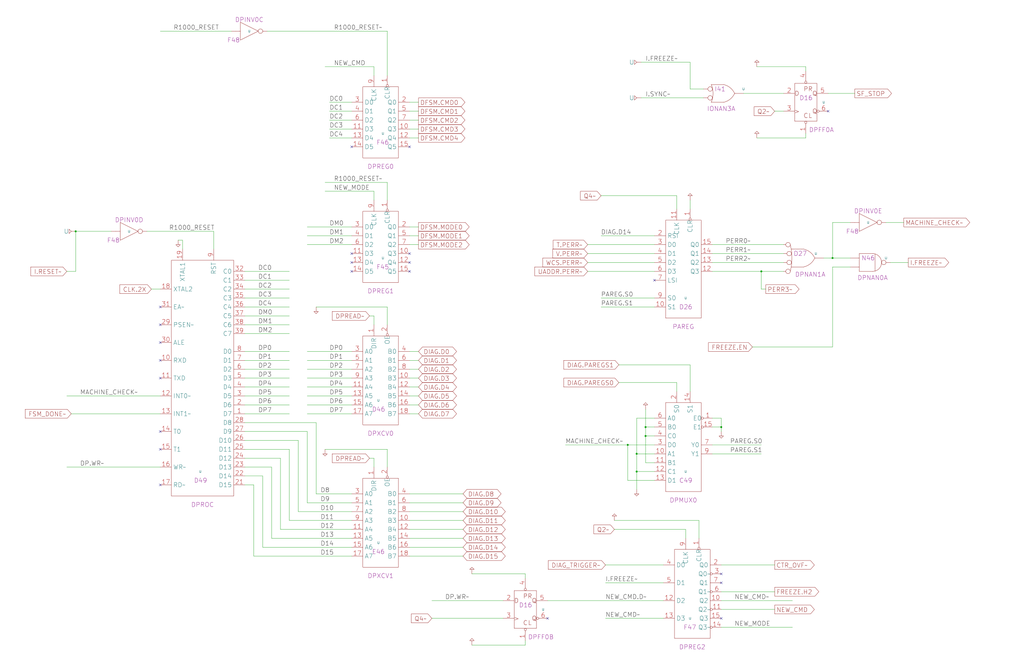
<source format=kicad_sch>
(kicad_sch (version 20220404) (generator eeschema)
  (paper "User" 584.2 378.46)
  (title_block (title "DIAGNOSTIC PROCESSOR\\n8052 INTERFACE") (date "22-SEP-90") (rev "2.0") (comment 1 "IOC") (comment 2 "232-003061") (comment 3 "S400") (comment 4 "RELEASED"))
  (lib_symbols
    (symbol "r1000:8051" (pin_names (offset 1.016))
      (property "Reference" "U" (at 2.54 5.08 0))
      (property "Value" "8051" (at -1.27 -5.08 0))
      (property "Location" "___" (at -1.27 0 0))
      (property "Name" "______" (at 3.81 -15.24 0))
      (symbol "8051_1_1"
        (rectangle (start -13.97 125.73) (end 21.59 -8.89))
        (pin bidirectional line (at 27.94 38.1 180) (length 6.35) (name "D7") (number "1"))
        (pin input line (at -20.32 68.58 0) (length 6.35) (name "RXD") (number "10"))
        (pin output line (at -20.32 58.42 0) (length 6.35) (name "TXD") (number "11"))
        (pin input line (at -20.32 48.26 0) (length 6.35) (name "INT0~") (number "12"))
        (pin input line (at -20.32 38.1 0) (length 6.35) (name "INT1~") (number "13"))
        (pin bidirectional line (at -20.32 27.94 0) (length 6.35) (name "T0") (number "14"))
        (pin input line (at -20.32 17.78 0) (length 6.35) (name "T1") (number "15"))
        (pin output line (at -20.32 7.62 0) (length 6.35) (name "WR~") (number "16"))
        (pin bidirectional line (at -20.32 -2.54 0) (length 6.35) (name "RD~") (number "17"))
        (pin input line (at -20.32 109.22 0) (length 6.35) (name "XTAL2") (number "18"))
        (pin input line (at -7.62 132.08 270) (length 6.35) (name "XTAL1") (number "19"))
        (pin bidirectional line (at 27.94 43.18 180) (length 6.35) (name "D6") (number "2"))
        (pin bidirectional line (at 27.94 -2.54 180) (length 6.35) (name "D15") (number "21"))
        (pin bidirectional line (at 27.94 2.54 180) (length 6.35) (name "D14") (number "22"))
        (pin bidirectional line (at 27.94 7.62 180) (length 6.35) (name "D13") (number "23"))
        (pin bidirectional line (at 27.94 12.7 180) (length 6.35) (name "D12") (number "24"))
        (pin bidirectional line (at 27.94 17.78 180) (length 6.35) (name "D11") (number "25"))
        (pin bidirectional line (at 27.94 22.86 180) (length 6.35) (name "D10") (number "26"))
        (pin bidirectional line (at 27.94 27.94 180) (length 6.35) (name "D9") (number "27"))
        (pin bidirectional line (at 27.94 33.02 180) (length 6.35) (name "D8") (number "28"))
        (pin output line (at -20.32 88.9 0) (length 6.35) (name "PSEN~") (number "29"))
        (pin bidirectional line (at 27.94 48.26 180) (length 6.35) (name "D5") (number "3"))
        (pin output line (at -20.32 78.74 0) (length 6.35) (name "ALE") (number "30"))
        (pin input line (at -20.32 99.06 0) (length 6.35) (name "EA~") (number "31"))
        (pin bidirectional line (at 27.94 119.38 180) (length 6.35) (name "C0") (number "32"))
        (pin bidirectional line (at 27.94 114.3 180) (length 6.35) (name "C1") (number "33"))
        (pin bidirectional line (at 27.94 109.22 180) (length 6.35) (name "C2") (number "34"))
        (pin bidirectional line (at 27.94 104.14 180) (length 6.35) (name "C3") (number "35"))
        (pin bidirectional line (at 27.94 99.06 180) (length 6.35) (name "C4") (number "36"))
        (pin bidirectional line (at 27.94 93.98 180) (length 6.35) (name "C5") (number "37"))
        (pin bidirectional line (at 27.94 88.9 180) (length 6.35) (name "C6") (number "38"))
        (pin bidirectional line (at 27.94 83.82 180) (length 6.35) (name "C7") (number "39"))
        (pin bidirectional line (at 27.94 53.34 180) (length 6.35) (name "D4") (number "4"))
        (pin bidirectional line (at 27.94 58.42 180) (length 6.35) (name "D3") (number "5"))
        (pin bidirectional line (at 27.94 63.5 180) (length 6.35) (name "D2") (number "6"))
        (pin bidirectional line (at 27.94 68.58 180) (length 6.35) (name "D1") (number "7"))
        (pin bidirectional line (at 27.94 73.66 180) (length 6.35) (name "D0") (number "8"))
        (pin input line (at 10.16 132.08 270) (length 6.35) (name "RST") (number "9"))
      )
    )
    (symbol "r1000:F04" (pin_numbers hide) (pin_names hide)
      (property "Reference" "U" (at 0 0 0))
      (property "Value" "F04" (at 1.27 -5.08 0))
      (property "Location" "___" (at -12.7 -5.08 0))
      (property "Name" "______" (at 0 5.08 0))
      (symbol "F04_0_1"
        (polyline (pts (xy -7.62 0) (xy -5.08 0)) (stroke (width 0.1524)))
        (polyline (pts (xy -5.08 5.08) (xy -5.08 -5.08)) (stroke (width 0.1524)))
        (polyline (pts (xy 5.08 0) (xy -5.08 -5.08)) (stroke (width 0.1524)))
        (polyline (pts (xy 5.08 0) (xy -5.08 5.08)) (stroke (width 0.1524)))
        (circle (center 6.35 0) (radius 1.27) (stroke (width 0.1524)))
      )
      (symbol "F04_1_1"
        (pin input line (at -10.16 0 0) (length 2.54) (name "D0") (number "1"))
        (pin output line (at 10.16 0 180) (length 2.54) (name "Q") (number "2"))
      )
    )
    (symbol "r1000:F153" (pin_names (offset 1.016))
      (property "Reference" "U" (at 2.54 5.08 0))
      (property "Value" "F153" (at -3.81 -5.08 0))
      (property "Location" "___" (at -1.27 0 0))
      (property "Name" "______" (at 1.27 -12.7 0))
      (symbol "F153_1_1"
        (rectangle (start -8.89 44.45) (end 11.43 -6.35))
        (circle (center 12.065 30.48) (radius 0.635))
        (circle (center 12.065 35.56) (radius 0.635))
        (pin input line (at 17.78 35.56 180) (length 5.08) (name "E0") (number "1"))
        (pin input line (at -15.24 15.24 0) (length 6.35) (name "A1") (number "10"))
        (pin input line (at -15.24 10.16 0) (length 6.35) (name "B1") (number "11"))
        (pin input line (at -15.24 5.08 0) (length 6.35) (name "C1") (number "12"))
        (pin input line (at -15.24 0 0) (length 6.35) (name "D1") (number "13"))
        (pin input line (at 5.08 50.8 270) (length 6.35) (name "S1") (number "14"))
        (pin input line (at 17.78 30.48 180) (length 5.08) (name "E1") (number "15"))
        (pin input line (at -2.54 50.8 270) (length 6.35) (name "S0") (number "2"))
        (pin input line (at -15.24 20.32 0) (length 6.35) (name "D0") (number "3"))
        (pin input line (at -15.24 25.4 0) (length 6.35) (name "C0") (number "4"))
        (pin input line (at -15.24 30.48 0) (length 6.35) (name "B0") (number "5"))
        (pin input line (at -15.24 35.56 0) (length 6.35) (name "A0") (number "6"))
        (pin output line (at 17.78 20.32 180) (length 6.35) (name "Y0") (number "7"))
        (pin output line (at 17.78 15.24 180) (length 6.35) (name "Y1") (number "9"))
      )
    )
    (symbol "r1000:F174" (pin_names (offset 1.016))
      (property "Reference" "U" (at 2.54 5.08 0))
      (property "Value" "F174" (at -3.81 -7.62 0))
      (property "Location" "___" (at -1.27 0 0))
      (property "Name" "______" (at 1.27 -15.24 0))
      (symbol "F174_1_1"
        (rectangle (start -8.89 31.75) (end 11.43 -8.89))
        (circle (center 5.08 32.385) (radius 0.635))
        (pin input line (at 5.08 38.1 270) (length 5.08) (name "CLR") (number "1"))
        (pin output line (at 17.78 7.62 180) (length 6.35) (name "Q3") (number "10"))
        (pin input line (at -15.24 7.62 0) (length 6.35) (name "D3") (number "11"))
        (pin output line (at 17.78 2.54 180) (length 6.35) (name "Q4") (number "12"))
        (pin input line (at -15.24 2.54 0) (length 6.35) (name "D4") (number "13"))
        (pin input line (at -15.24 -2.54 0) (length 6.35) (name "D5") (number "14"))
        (pin output line (at 17.78 -2.54 180) (length 6.35) (name "Q5") (number "15"))
        (pin output line (at 17.78 22.86 180) (length 6.35) (name "Q0") (number "2"))
        (pin input line (at -15.24 22.86 0) (length 6.35) (name "D0") (number "3"))
        (pin input line (at -15.24 17.78 0) (length 6.35) (name "D1") (number "4"))
        (pin output line (at 17.78 17.78 180) (length 6.35) (name "Q1") (number "5"))
        (pin input line (at -15.24 12.7 0) (length 6.35) (name "D2") (number "6"))
        (pin output line (at 17.78 12.7 180) (length 6.35) (name "Q2") (number "7"))
        (pin input line (at -2.54 38.1 270) (length 6.35) (name "CLK") (number "9"))
      )
    )
    (symbol "r1000:F175" (pin_names (offset 1.016))
      (property "Reference" "U" (at 2.54 5.08 0))
      (property "Value" "F175" (at -1.27 -5.08 0))
      (property "Location" "___" (at -1.27 0 0))
      (property "Name" "______" (at 3.81 -12.7 0))
      (symbol "F175_1_1"
        (rectangle (start -6.35 44.45) (end 13.97 -6.35))
        (circle (center 7.62 45.085) (radius 0.635))
        (circle (center 14.605 0) (radius 0.635))
        (circle (center 14.605 10.16) (radius 0.635))
        (circle (center 14.605 20.32) (radius 0.635))
        (circle (center 14.605 30.48) (radius 0.635))
        (pin input line (at 7.62 50.8 270) (length 5.08) (name "CLR") (number "1"))
        (pin output line (at 20.32 15.24 180) (length 6.35) (name "Q2") (number "10"))
        (pin output line (at 20.32 10.16 180) (length 5.08) (name "Q2~") (number "11"))
        (pin input line (at -12.7 15.24 0) (length 6.35) (name "D2") (number "12"))
        (pin input line (at -12.7 5.08 0) (length 6.35) (name "D3") (number "13"))
        (pin output line (at 20.32 0 180) (length 5.08) (name "Q3~") (number "14"))
        (pin output line (at 20.32 5.08 180) (length 6.35) (name "Q3") (number "15"))
        (pin output line (at 20.32 35.56 180) (length 6.35) (name "Q0") (number "2"))
        (pin output line (at 20.32 30.48 180) (length 5.08) (name "Q0~") (number "3"))
        (pin input line (at -12.7 35.56 0) (length 6.35) (name "D0") (number "4"))
        (pin input line (at -12.7 25.4 0) (length 6.35) (name "D1") (number "5"))
        (pin output line (at 20.32 20.32 180) (length 5.08) (name "Q1~") (number "6"))
        (pin output line (at 20.32 25.4 180) (length 6.35) (name "Q1") (number "7"))
        (pin input line (at 0 50.8 270) (length 6.35) (name "CLK") (number "9"))
      )
    )
    (symbol "r1000:F194" (pin_names (offset 1.016))
      (property "Reference" "U" (at 2.54 5.08 0))
      (property "Value" "F194" (at -3.81 -5.08 0))
      (property "Location" "___" (at -1.27 0 0))
      (property "Name" "______" (at 1.27 -12.7 0))
      (symbol "F194_1_1"
        (rectangle (start -8.89 49.53) (end 11.43 -6.35))
        (circle (center 5.08 50.165) (radius 0.635))
        (pin input line (at 5.08 55.88 270) (length 5.08) (name "CLR") (number "1"))
        (pin input line (at -15.24 0 0) (length 6.35) (name "S1") (number "10"))
        (pin input line (at -2.54 55.88 270) (length 6.35) (name "CLK") (number "11"))
        (pin output line (at 17.78 20.32 180) (length 6.35) (name "Q3") (number "12"))
        (pin output line (at 17.78 25.4 180) (length 6.35) (name "Q2") (number "13"))
        (pin output line (at 17.78 30.48 180) (length 6.35) (name "Q1") (number "14"))
        (pin output line (at 17.78 35.56 180) (length 6.35) (name "Q0") (number "15"))
        (pin input line (at -15.24 40.64 0) (length 6.35) (name "RSI") (number "2"))
        (pin input line (at -15.24 35.56 0) (length 6.35) (name "D0") (number "3"))
        (pin input line (at -15.24 30.48 0) (length 6.35) (name "D1") (number "4"))
        (pin input line (at -15.24 25.4 0) (length 6.35) (name "D2") (number "5"))
        (pin input line (at -15.24 20.32 0) (length 6.35) (name "D3") (number "6"))
        (pin input line (at -15.24 15.24 0) (length 6.35) (name "LSI") (number "7"))
        (pin input line (at -15.24 5.08 0) (length 6.35) (name "S0") (number "9"))
      )
    )
    (symbol "r1000:F20" (pin_numbers hide) (pin_names hide)
      (property "Reference" "U" (at 8.255 2.54 0))
      (property "Value" "F20" (at -0.635 -2.54 0))
      (property "Location" "___" (at -0.635 2.54 0))
      (property "Name" "______" (at 5.08 -10.795 0))
      (symbol "F20_0_1"
        (polyline (pts (xy -5.08 -5.08) (xy -5.08 -7.62)) (stroke (width 0.1524)))
        (polyline (pts (xy -5.08 5.08) (xy -5.08 -5.08)) (stroke (width 0.1524)))
        (polyline (pts (xy -5.08 7.62) (xy -5.08 5.08)) (stroke (width 0.1524)))
        (polyline (pts (xy 2.54 -5.08) (xy -5.08 -5.08)) (stroke (width 0.1524)))
        (polyline (pts (xy 2.54 5.08) (xy -5.08 5.08)) (stroke (width 0.1524)))
        (arc (start 2.54 -5.08) (mid 7.5882 0) (end 2.54 5.08) (stroke (width 0.1524)))
        (circle (center 8.89 0) (radius 1.27) (stroke (width 0.1524)))
      )
      (symbol "F20_0_2"
        (circle (center -7.62 -7.62) (radius 1.27) (stroke (width 0.1524)))
        (circle (center -7.62 7.62) (radius 1.27) (stroke (width 0.1524)))
        (circle (center -6.985 -2.54) (radius 1.27) (stroke (width 0.1524)))
        (circle (center -6.985 2.54) (radius 1.27) (stroke (width 0.1524)))
        (arc (start -6.35 -7.62) (mid -5.3975 0) (end -6.35 7.62) (stroke (width 0.1524)))
        (polyline (pts (xy -5.715 -5.08) (xy 1.27 -5.08)) (stroke (width 0.1524)))
        (polyline (pts (xy -5.715 5.08) (xy 1.27 5.08)) (stroke (width 0.1524)))
        (arc (start 1.27 -5.08) (mid 5.0518 -3.2985) (end 7.62 0) (stroke (width 0.1524)))
        (arc (start 7.62 0) (mid 5.0518 3.2985) (end 1.27 5.08) (stroke (width 0.1524)))
      )
      (symbol "F20_1_1"
        (pin input line (at -10.16 7.62 0) (length 5.08) (name "D0") (number "1"))
        (pin input line (at -10.16 2.54 0) (length 5.08) (name "D1") (number "2"))
        (pin input line (at -10.16 -2.54 0) (length 5.08) (name "D2") (number "4"))
        (pin input line (at -10.16 -7.62 0) (length 5.08) (name "D3") (number "5"))
        (pin output line (at 12.7 0 180) (length 2.54) (name "Q") (number "6"))
      )
      (symbol "F20_1_2"
        (pin input line (at -10.16 7.62 0) (length 1.27) (name "D0") (number "1"))
        (pin input line (at -10.16 2.54 0) (length 1.905) (name "D1") (number "2"))
        (pin input line (at -10.16 -2.54 0) (length 1.905) (name "D2") (number "4"))
        (pin input line (at -10.16 -7.62 0) (length 1.27) (name "D3") (number "5"))
        (pin output line (at 12.7 0 180) (length 5.08) (name "Q") (number "6"))
      )
    )
    (symbol "r1000:F245" (pin_names (offset 1.016))
      (property "Reference" "U" (at 2.54 5.08 0))
      (property "Value" "F245" (at -3.81 -7.62 0))
      (property "Location" "___" (at -1.27 0 0))
      (property "Name" "______" (at 3.81 -15.24 0))
      (symbol "F245_1_1"
        (rectangle (start -6.35 41.91) (end 13.97 -8.89))
        (circle (center 7.62 42.545) (radius 0.635))
        (pin input line (at 0 48.26 270) (length 6.35) (name "DIR") (number "1"))
        (pin bidirectional line (at 20.32 17.78 180) (length 6.35) (name "B3") (number "10"))
        (pin bidirectional line (at -12.7 12.7 0) (length 6.35) (name "A4") (number "11"))
        (pin bidirectional line (at 20.32 12.7 180) (length 6.35) (name "B4") (number "12"))
        (pin bidirectional line (at -12.7 7.62 0) (length 6.35) (name "A5") (number "13"))
        (pin bidirectional line (at 20.32 7.62 180) (length 6.35) (name "B5") (number "14"))
        (pin bidirectional line (at -12.7 2.54 0) (length 6.35) (name "A6") (number "15"))
        (pin bidirectional line (at 20.32 2.54 180) (length 6.35) (name "B6") (number "16"))
        (pin bidirectional line (at -12.7 -2.54 0) (length 6.35) (name "A7") (number "17"))
        (pin bidirectional line (at 20.32 -2.54 180) (length 6.35) (name "B7") (number "18"))
        (pin input line (at 7.62 48.26 270) (length 5.08) (name "OE") (number "2"))
        (pin bidirectional line (at -12.7 33.02 0) (length 6.35) (name "A0") (number "3"))
        (pin bidirectional line (at 20.32 33.02 180) (length 6.35) (name "B0") (number "4"))
        (pin bidirectional line (at -12.7 27.94 0) (length 6.35) (name "A1") (number "5"))
        (pin bidirectional line (at 20.32 27.94 180) (length 6.35) (name "B1") (number "6"))
        (pin bidirectional line (at -12.7 22.86 0) (length 6.35) (name "A2") (number "7"))
        (pin bidirectional line (at 20.32 22.86 180) (length 6.35) (name "B2") (number "8"))
        (pin bidirectional line (at -12.7 17.78 0) (length 6.35) (name "A3") (number "9"))
      )
    )
    (symbol "r1000:F37" (pin_numbers hide) (pin_names (offset 0) hide)
      (property "Reference" "U" (at 15.24 0 0))
      (property "Value" "F37" (at 1.905 -5.08 0))
      (property "Location" "___" (at 1.905 0 0))
      (property "Name" "______" (at 2.54 -12.7 0))
      (symbol "F37_0_1"
        (polyline (pts (xy -2.54 -7.62) (xy 5.08 -7.62)) (stroke (width 0.1524)))
        (polyline (pts (xy -2.54 2.54) (xy -2.54 -7.62)) (stroke (width 0.1524)))
        (polyline (pts (xy -2.54 2.54) (xy 5.08 2.54)) (stroke (width 0.1524)))
        (arc (start 5.08 -7.62) (mid 10.1282 -2.54) (end 5.08 2.54) (stroke (width 0.1524)))
        (circle (center 11.43 -2.54) (radius 1.27) (stroke (width 0.1524)))
      )
      (symbol "F37_0_2"
        (circle (center -3.81 -5.08) (radius 1.27) (stroke (width 0.1524)))
        (circle (center -3.81 0) (radius 1.27) (stroke (width 0.1524)))
        (arc (start -3.175 -7.62) (mid -2.134 -2.54) (end -3.175 2.54) (stroke (width 0.1524)))
        (polyline (pts (xy -3.175 -7.62) (xy 3.81 -7.62)) (stroke (width 0.1524)))
        (polyline (pts (xy -3.175 2.54) (xy 3.81 2.54)) (stroke (width 0.1524)))
        (arc (start 3.81 -7.62) (mid 7.5855 -5.8306) (end 10.16 -2.54) (stroke (width 0.1524)))
        (arc (start 10.16 -2.54) (mid 7.5827 0.7471) (end 3.81 2.54) (stroke (width 0.1524)))
      )
      (symbol "F37_1_1"
        (pin input line (at -7.62 0 0) (length 5.08) (name "D0") (number "1"))
        (pin input line (at -7.62 -5.08 0) (length 5.08) (name "D1") (number "2"))
        (pin output line (at 15.24 -2.54 180) (length 2.54) (name "Q") (number "3"))
      )
      (symbol "F37_1_2"
        (pin input line (at -7.62 0 0) (length 2.54) (name "D0") (number "1"))
        (pin input line (at -7.62 -5.08 0) (length 2.54) (name "D1") (number "2"))
        (pin output line (at 15.24 -2.54 180) (length 5.08) (name "Q") (number "3"))
      )
    )
    (symbol "r1000:F38" (pin_numbers hide) (pin_names hide)
      (property "Reference" "U" (at 12.7 2.54 0))
      (property "Value" "F38" (at 2.54 -2.54 0))
      (property "Location" "___" (at 2.54 2.54 0))
      (property "Name" "______" (at 5.08 -10.16 0))
      (symbol "F38_0_1"
        (polyline (pts (xy -2.54 -5.08) (xy 5.08 -5.08)) (stroke (width 0.1524)))
        (polyline (pts (xy -2.54 5.08) (xy -2.54 -5.08)) (stroke (width 0.1524)))
        (polyline (pts (xy -2.54 5.08) (xy 5.08 5.08)) (stroke (width 0.1524)))
        (polyline (pts (xy 6.45 4.9) (xy 6.45 -4.9)) (stroke (width 0.1524)))
        (arc (start 5.08 -5.08) (mid 8.6786 -3.5986) (end 10.16 0) (stroke (width 0.1524)))
        (arc (start 10.16 0) (mid 8.6721 3.5921) (end 5.08 5.08) (stroke (width 0.1524)))
        (circle (center 11.43 0) (radius 1.27) (stroke (width 0.1524)))
      )
      (symbol "F38_0_2"
        (arc (start -3.81 -5.08) (mid -1.8386 0) (end -3.81 5.08) (stroke (width 0.1524)))
        (circle (center -3.81 -2.54) (radius 1.27) (stroke (width 0.1524)))
        (circle (center -3.81 2.54) (radius 1.27) (stroke (width 0.1524)))
        (polyline (pts (xy -3.81 -5.08) (xy 2.54 -5.08)) (stroke (width 0.1524)))
        (polyline (pts (xy -3.81 5.08) (xy 2.54 5.08)) (stroke (width 0.1524)))
        (polyline (pts (xy 7.62 3.175) (xy 7.62 -3.175)) (stroke (width 0.1524)))
        (arc (start 2.54 -5.08) (mid 7.0537 -3.5955) (end 10.16 0) (stroke (width 0.1524)))
        (arc (start 10.16 0) (mid 7.0527 3.594) (end 2.54 5.08) (stroke (width 0.1524)))
      )
      (symbol "F38_1_1"
        (pin input line (at -7.62 2.54 0) (length 5.08) (name "D0") (number "1"))
        (pin input line (at -7.62 -2.54 0) (length 5.08) (name "D1") (number "2"))
        (pin open_collector line (at 15.24 0 180) (length 2.54) (name "Q") (number "3"))
      )
      (symbol "F38_1_2"
        (pin input line (at -7.62 2.54 0) (length 2.54) (name "D0") (number "1"))
        (pin input line (at -7.62 -2.54 0) (length 2.54) (name "D1") (number "2"))
        (pin open_collector line (at 15.24 0 180) (length 5.08) (name "Q") (number "3"))
      )
    )
    (symbol "r1000:F74" (pin_names (offset 1.016) hide)
      (property "Reference" "U" (at 12.7 -2.54 0))
      (property "Value" "F74" (at -1.27 -5.08 0))
      (property "Location" "___" (at -1.27 0 0))
      (property "Name" "______" (at 11.43 -19.685 0))
      (symbol "F74_0_1"
        (rectangle (start -3.81 8.255) (end 8.89 -13.335) (stroke (width 0.1524)))
        (polyline (pts (xy 2.54 -15.24) (xy 2.54 -14.605)) (stroke (width 0.1524)))
        (polyline (pts (xy 2.54 10.16) (xy 2.54 9.525)) (stroke (width 0.1524)))
      )
      (symbol "F74_1_1"
        (circle (center 2.54 -13.97) (radius 0.635))
        (circle (center 2.54 8.89) (radius 0.635))
        (circle (center 9.525 -7.62) (radius 0.635))
        (text ">" (at -2.54 -7.62 0) (effects (font (size 2.54 2.54))))
        (text "C" (at 2.54 -10.16 0) (effects (font (size 2.54 2.54))))
        (text "D" (at -2.54 2.54 0) (effects (font (size 2.54 2.54))))
        (text "L" (at 5.08 -10.16 0) (effects (font (size 2.54 2.54))))
        (text "P" (at 2.54 5.08 0) (effects (font (size 2.54 2.54))))
        (text "Q" (at 7.62 -7.62 0) (effects (font (size 2.54 2.54))))
        (text "Q" (at 7.62 2.54 0) (effects (font (size 2.54 2.54))))
        (text "R" (at 5.08 5.08 0) (effects (font (size 2.54 2.54))))
        (pin input line (at 2.54 -20.32 90) (length 5.08) (name "CL_") (number "1"))
        (pin input line (at -10.16 2.54 0) (length 6.35) (name "D") (number "2"))
        (pin input line (at -10.16 -7.62 0) (length 6.35) (name "CLK") (number "3"))
        (pin input line (at 2.54 15.24 270) (length 5.08) (name "PR_") (number "4"))
        (pin output line (at 15.24 2.54 180) (length 6.35) (name "Q") (number "5"))
        (pin output line (at 15.24 -7.62 180) (length 5.08) (name "Q_") (number "6"))
      )
    )
    (symbol "r1000:GB" (pin_numbers hide) (pin_names (offset 0) hide)
      (property "Reference" "GB" (at 3.81 0 0))
      (symbol "GB_0_1"
        (polyline (pts (xy 2.54 0) (xy 3.81 1.27) (xy 3.81 -1.27) (xy 2.54 0)) (stroke (width 0.1524)))
      )
      (symbol "GB_1_1"
        (pin bidirectional line (at 0 0 0) (length 2.54) (name "") (number "1"))
      )
    )
    (symbol "r1000:PD" (power) (pin_numbers hide) (pin_names hide) (in_bom no)
      (symbol "PD_0_1"
        (polyline (pts (xy 0 -2.54) (xy 1.27 -2.54) (xy 0 -3.81) (xy -1.27 -2.54) (xy 0 -2.54)) (stroke (width 0.1524)))
      )
      (symbol "PD_1_1"
        (pin power_in line (at 0 0 270) (length 2.54) (name "PD") (number "1"))
      )
    )
    (symbol "r1000:PU" (power) (pin_numbers hide) (pin_names hide)
      (symbol "PU_0_1"
        (polyline (pts (xy 0 2.54) (xy -1.27 2.54) (xy 0 3.81) (xy 1.27 2.54) (xy 0 2.54)) (stroke (width 0.1524)))
      )
      (symbol "PU_1_1"
        (pin power_in line (at 0 0 90) (length 2.54) (name "PU") (number "1"))
      )
    )
  )
  (junction (at 474.98 147.32))
  (junction (at 434.34 154.94))
  (junction (at 363.22 269.24))
  (junction (at 411.48 243.84))
  (junction (at 368.3 243.84))
  (junction (at 363.22 259.08))
  (junction (at 43.18 132.08))
  (junction (at 368.3 248.92))
  (junction (at 358.14 254))
  (no_connect (at 233.68 149.86))
  (no_connect (at 233.68 83.82))
  (no_connect (at 200.66 149.86))
  (no_connect (at 200.66 144.78))
  (no_connect (at 200.66 154.94))
  (no_connect (at 91.44 185.42))
  (no_connect (at 411.48 332.74))
  (no_connect (at 312.42 353.06))
  (no_connect (at 411.48 327.66))
  (no_connect (at 472.44 63.5))
  (no_connect (at 411.48 353.06))
  (no_connect (at 233.68 144.78))
  (no_connect (at 200.66 83.82))
  (no_connect (at 233.68 154.94))
  (no_connect (at 91.44 175.26))
  (no_connect (at 91.44 256.54))
  (no_connect (at 373.38 160.02))
  (no_connect (at 91.44 246.38))
  (no_connect (at 91.44 276.86))
  (no_connect (at 91.44 195.58))
  (no_connect (at 91.44 205.74))
  (no_connect (at 91.44 215.9))
  (wire (pts (xy 233.68 287.02) (xy 264.16 287.02)))
  (wire (pts (xy 431.8 38.1) (xy 459.74 38.1)))
  (wire (pts (xy 152.4 17.78) (xy 220.98 17.78)))
  (wire (pts (xy 368.3 243.84) (xy 368.3 233.68)))
  (wire (pts (xy 185.42 104.14) (xy 220.98 104.14)))
  (wire (pts (xy 213.36 261.62) (xy 213.36 266.7)))
  (wire (pts (xy 139.7 200.66) (xy 165.1 200.66)))
  (wire (pts (xy 233.68 231.14) (xy 238.76 231.14)))
  (wire (pts (xy 459.74 38.1) (xy 459.74 40.64)))
  (wire (pts (xy 342.9 175.26) (xy 373.38 175.26)))
  (wire (pts (xy 233.68 63.5) (xy 238.76 63.5)))
  (wire (pts (xy 149.86 271.78) (xy 149.86 312.42)))
  (wire (pts (xy 406.4 243.84) (xy 411.48 243.84)))
  (wire (pts (xy 411.48 243.84) (xy 411.48 238.76)))
  (wire (pts (xy 165.1 256.54) (xy 165.1 297.18)))
  (wire (pts (xy 139.7 170.18) (xy 165.1 170.18)))
  (wire (pts (xy 335.28 154.94) (xy 373.38 154.94)))
  (wire (pts (xy 180.34 175.26) (xy 220.98 175.26)))
  (wire (pts (xy 91.44 17.78) (xy 132.08 17.78)))
  (wire (pts (xy 233.68 129.54) (xy 238.76 129.54)))
  (wire (pts (xy 175.26 200.66) (xy 200.66 200.66)))
  (wire (pts (xy 38.1 266.7) (xy 91.44 266.7)))
  (wire (pts (xy 139.7 190.5) (xy 165.1 190.5)))
  (wire (pts (xy 101.6 137.16) (xy 104.14 137.16)))
  (wire (pts (xy 175.26 129.54) (xy 200.66 129.54)))
  (wire (pts (xy 187.96 78.74) (xy 200.66 78.74)))
  (wire (pts (xy 187.96 58.42) (xy 200.66 58.42)))
  (wire (pts (xy 345.44 332.74) (xy 378.46 332.74)))
  (wire (pts (xy 139.7 154.94) (xy 165.1 154.94)))
  (wire (pts (xy 363.22 259.08) (xy 373.38 259.08)))
  (wire (pts (xy 312.42 342.9) (xy 378.46 342.9)))
  (wire (pts (xy 233.68 292.1) (xy 264.16 292.1)))
  (wire (pts (xy 358.14 254) (xy 373.38 254)))
  (wire (pts (xy 345.44 322.58) (xy 378.46 322.58)))
  (wire (pts (xy 175.26 246.38) (xy 175.26 287.02)))
  (wire (pts (xy 373.38 274.32) (xy 358.14 274.32)))
  (wire (pts (xy 139.7 160.02) (xy 165.1 160.02)))
  (wire (pts (xy 505.46 127) (xy 515.62 127)))
  (wire (pts (xy 368.3 243.84) (xy 373.38 243.84)))
  (wire (pts (xy 411.48 337.82) (xy 441.96 337.82)))
  (wire (pts (xy 139.7 251.46) (xy 170.18 251.46)))
  (wire (pts (xy 154.94 307.34) (xy 200.66 307.34)))
  (wire (pts (xy 434.34 154.94) (xy 447.04 154.94)))
  (wire (pts (xy 411.48 322.58) (xy 441.96 322.58)))
  (wire (pts (xy 322.58 254) (xy 358.14 254)))
  (wire (pts (xy 434.34 165.1) (xy 434.34 154.94)))
  (wire (pts (xy 139.7 241.3) (xy 180.34 241.3)))
  (wire (pts (xy 342.9 170.18) (xy 373.38 170.18)))
  (wire (pts (xy 406.4 259.08) (xy 434.34 259.08)))
  (wire (pts (xy 144.78 317.5) (xy 200.66 317.5)))
  (wire (pts (xy 40.64 236.22) (xy 91.44 236.22)))
  (wire (pts (xy 411.48 238.76) (xy 406.4 238.76)))
  (wire (pts (xy 365.76 35.56) (xy 393.7 35.56)))
  (wire (pts (xy 485.14 152.4) (xy 474.98 152.4)))
  (wire (pts (xy 38.1 154.94) (xy 43.18 154.94)))
  (wire (pts (xy 121.92 132.08) (xy 121.92 142.24)))
  (wire (pts (xy 393.7 50.8) (xy 401.32 50.8)))
  (wire (pts (xy 363.22 238.76) (xy 363.22 259.08)))
  (wire (pts (xy 233.68 226.06) (xy 238.76 226.06)))
  (wire (pts (xy 233.68 58.42) (xy 238.76 58.42)))
  (wire (pts (xy 180.34 281.94) (xy 200.66 281.94)))
  (wire (pts (xy 485.14 127) (xy 474.98 127)))
  (wire (pts (xy 233.68 281.94) (xy 264.16 281.94)))
  (wire (pts (xy 363.22 259.08) (xy 363.22 269.24)))
  (wire (pts (xy 180.34 241.3) (xy 180.34 281.94)))
  (wire (pts (xy 233.68 302.26) (xy 264.16 302.26)))
  (wire (pts (xy 175.26 226.06) (xy 200.66 226.06)))
  (wire (pts (xy 175.26 215.9) (xy 200.66 215.9)))
  (wire (pts (xy 139.7 246.38) (xy 175.26 246.38)))
  (wire (pts (xy 350.52 302.26) (xy 391.16 302.26)))
  (wire (pts (xy 406.4 254) (xy 434.34 254)))
  (wire (pts (xy 269.24 368.3) (xy 299.72 368.3)))
  (wire (pts (xy 406.4 139.7) (xy 447.04 139.7)))
  (wire (pts (xy 472.44 53.34) (xy 487.68 53.34)))
  (wire (pts (xy 139.7 271.78) (xy 149.86 271.78)))
  (wire (pts (xy 431.8 78.74) (xy 459.74 78.74)))
  (wire (pts (xy 160.02 261.62) (xy 160.02 302.26)))
  (wire (pts (xy 170.18 292.1) (xy 200.66 292.1)))
  (wire (pts (xy 459.74 78.74) (xy 459.74 76.2)))
  (wire (pts (xy 38.1 226.06) (xy 91.44 226.06)))
  (wire (pts (xy 175.26 134.62) (xy 200.66 134.62)))
  (wire (pts (xy 187.96 73.66) (xy 200.66 73.66)))
  (wire (pts (xy 210.82 180.34) (xy 213.36 180.34)))
  (wire (pts (xy 220.98 256.54) (xy 220.98 266.7)))
  (wire (pts (xy 160.02 302.26) (xy 200.66 302.26)))
  (wire (pts (xy 185.42 256.54) (xy 220.98 256.54)))
  (wire (pts (xy 335.28 139.7) (xy 373.38 139.7)))
  (wire (pts (xy 175.26 210.82) (xy 200.66 210.82)))
  (wire (pts (xy 474.98 147.32) (xy 485.14 147.32)))
  (wire (pts (xy 299.72 327.66) (xy 299.72 330.2)))
  (wire (pts (xy 368.3 248.92) (xy 373.38 248.92)))
  (wire (pts (xy 368.3 248.92) (xy 368.3 243.84)))
  (wire (pts (xy 220.98 17.78) (xy 220.98 43.18)))
  (wire (pts (xy 358.14 274.32) (xy 358.14 254)))
  (wire (pts (xy 386.08 119.38) (xy 386.08 111.76)))
  (wire (pts (xy 393.7 208.28) (xy 353.06 208.28)))
  (wire (pts (xy 139.7 165.1) (xy 165.1 165.1)))
  (wire (pts (xy 345.44 353.06) (xy 378.46 353.06)))
  (wire (pts (xy 86.36 165.1) (xy 91.44 165.1)))
  (wire (pts (xy 233.68 317.5) (xy 264.16 317.5)))
  (wire (pts (xy 474.98 127) (xy 474.98 147.32)))
  (wire (pts (xy 335.28 144.78) (xy 373.38 144.78)))
  (wire (pts (xy 170.18 251.46) (xy 170.18 292.1)))
  (wire (pts (xy 474.98 152.4) (xy 474.98 198.12)))
  (wire (pts (xy 353.06 218.44) (xy 386.08 218.44)))
  (wire (pts (xy 469.9 147.32) (xy 474.98 147.32)))
  (wire (pts (xy 508 149.86) (xy 518.16 149.86)))
  (wire (pts (xy 175.26 205.74) (xy 200.66 205.74)))
  (wire (pts (xy 139.7 205.74) (xy 165.1 205.74)))
  (wire (pts (xy 175.26 220.98) (xy 200.66 220.98)))
  (wire (pts (xy 342.9 134.62) (xy 373.38 134.62)))
  (wire (pts (xy 368.3 264.16) (xy 368.3 248.92)))
  (wire (pts (xy 175.26 231.14) (xy 200.66 231.14)))
  (wire (pts (xy 411.48 347.98) (xy 441.96 347.98)))
  (wire (pts (xy 474.98 198.12) (xy 429.26 198.12)))
  (wire (pts (xy 139.7 256.54) (xy 165.1 256.54)))
  (wire (pts (xy 406.4 154.94) (xy 434.34 154.94)))
  (wire (pts (xy 144.78 276.86) (xy 144.78 317.5)))
  (wire (pts (xy 246.38 342.9) (xy 287.02 342.9)))
  (wire (pts (xy 411.48 342.9) (xy 452.12 342.9)))
  (wire (pts (xy 233.68 307.34) (xy 264.16 307.34)))
  (wire (pts (xy 220.98 185.42) (xy 220.98 175.26)))
  (wire (pts (xy 175.26 139.7) (xy 200.66 139.7)))
  (wire (pts (xy 373.38 264.16) (xy 368.3 264.16)))
  (wire (pts (xy 213.36 38.1) (xy 213.36 43.18)))
  (wire (pts (xy 139.7 226.06) (xy 165.1 226.06)))
  (wire (pts (xy 233.68 78.74) (xy 238.76 78.74)))
  (wire (pts (xy 139.7 185.42) (xy 165.1 185.42)))
  (wire (pts (xy 185.42 109.22) (xy 213.36 109.22)))
  (wire (pts (xy 233.68 73.66) (xy 238.76 73.66)))
  (wire (pts (xy 83.82 132.08) (xy 121.92 132.08)))
  (wire (pts (xy 233.68 220.98) (xy 238.76 220.98)))
  (wire (pts (xy 391.16 302.26) (xy 391.16 307.34)))
  (wire (pts (xy 246.38 353.06) (xy 287.02 353.06)))
  (wire (pts (xy 424.18 53.34) (xy 447.04 53.34)))
  (wire (pts (xy 139.7 236.22) (xy 165.1 236.22)))
  (wire (pts (xy 43.18 132.08) (xy 63.5 132.08)))
  (wire (pts (xy 233.68 312.42) (xy 264.16 312.42)))
  (wire (pts (xy 139.7 220.98) (xy 165.1 220.98)))
  (wire (pts (xy 393.7 35.56) (xy 393.7 50.8)))
  (wire (pts (xy 139.7 215.9) (xy 165.1 215.9)))
  (wire (pts (xy 335.28 149.86) (xy 373.38 149.86)))
  (wire (pts (xy 393.7 223.52) (xy 393.7 208.28)))
  (wire (pts (xy 436.88 165.1) (xy 434.34 165.1)))
  (wire (pts (xy 104.14 137.16) (xy 104.14 142.24)))
  (wire (pts (xy 233.68 200.66) (xy 238.76 200.66)))
  (wire (pts (xy 187.96 68.58) (xy 200.66 68.58)))
  (wire (pts (xy 363.22 269.24) (xy 373.38 269.24)))
  (wire (pts (xy 233.68 297.18) (xy 264.16 297.18)))
  (wire (pts (xy 406.4 149.86) (xy 447.04 149.86)))
  (wire (pts (xy 363.22 269.24) (xy 363.22 279.4)))
  (wire (pts (xy 139.7 175.26) (xy 165.1 175.26)))
  (wire (pts (xy 233.68 236.22) (xy 238.76 236.22)))
  (wire (pts (xy 139.7 231.14) (xy 165.1 231.14)))
  (wire (pts (xy 139.7 261.62) (xy 160.02 261.62)))
  (wire (pts (xy 187.96 63.5) (xy 200.66 63.5)))
  (wire (pts (xy 213.36 180.34) (xy 213.36 185.42)))
  (wire (pts (xy 139.7 210.82) (xy 165.1 210.82)))
  (wire (pts (xy 441.96 63.5) (xy 447.04 63.5)))
  (wire (pts (xy 149.86 312.42) (xy 200.66 312.42)))
  (wire (pts (xy 233.68 205.74) (xy 238.76 205.74)))
  (wire (pts (xy 139.7 180.34) (xy 165.1 180.34)))
  (wire (pts (xy 233.68 139.7) (xy 238.76 139.7)))
  (wire (pts (xy 139.7 266.7) (xy 154.94 266.7)))
  (wire (pts (xy 393.7 114.3) (xy 393.7 119.38)))
  (wire (pts (xy 233.68 210.82) (xy 238.76 210.82)))
  (wire (pts (xy 220.98 104.14) (xy 220.98 114.3)))
  (wire (pts (xy 175.26 236.22) (xy 200.66 236.22)))
  (wire (pts (xy 350.52 297.18) (xy 398.78 297.18)))
  (wire (pts (xy 411.48 243.84) (xy 411.48 246.38)))
  (wire (pts (xy 233.68 134.62) (xy 238.76 134.62)))
  (wire (pts (xy 406.4 144.78) (xy 447.04 144.78)))
  (wire (pts (xy 43.18 154.94) (xy 43.18 132.08)))
  (wire (pts (xy 386.08 223.52) (xy 386.08 218.44)))
  (wire (pts (xy 233.68 215.9) (xy 238.76 215.9)))
  (wire (pts (xy 213.36 109.22) (xy 213.36 114.3)))
  (wire (pts (xy 154.94 266.7) (xy 154.94 307.34)))
  (wire (pts (xy 233.68 68.58) (xy 238.76 68.58)))
  (wire (pts (xy 365.76 55.88) (xy 401.32 55.88)))
  (wire (pts (xy 175.26 287.02) (xy 200.66 287.02)))
  (wire (pts (xy 373.38 238.76) (xy 363.22 238.76)))
  (wire (pts (xy 165.1 297.18) (xy 200.66 297.18)))
  (wire (pts (xy 299.72 368.3) (xy 299.72 365.76)))
  (wire (pts (xy 139.7 276.86) (xy 144.78 276.86)))
  (wire (pts (xy 398.78 297.18) (xy 398.78 307.34)))
  (wire (pts (xy 411.48 358.14) (xy 452.12 358.14)))
  (wire (pts (xy 210.82 261.62) (xy 213.36 261.62)))
  (wire (pts (xy 342.9 111.76) (xy 386.08 111.76)))
  (wire (pts (xy 185.42 38.1) (xy 213.36 38.1)))
  (wire (pts (xy 269.24 327.66) (xy 299.72 327.66)))
  (label "DC4" (at 147.32 175.26 0) (effects (font (size 2.54 2.54))))
  (label "D9" (at 182.88 287.02 0) (effects (font (size 2.54 2.54))))
  (label "PERR2~" (at 414.02 149.86 0) (effects (font (size 2.54 2.54))))
  (label "DP4" (at 147.32 220.98 0) (effects (font (size 2.54 2.54))))
  (label "I.FREEZE~" (at 345.44 332.74 0) (effects (font (size 2.54 2.54))))
  (label "DC2" (at 187.96 68.58 0) (effects (font (size 2.54 2.54))))
  (label "DM2" (at 187.96 139.7 0) (effects (font (size 2.54 2.54))))
  (label "PERR1~" (at 414.02 144.78 0) (effects (font (size 2.54 2.54))))
  (label "DP0" (at 187.96 200.66 0) (effects (font (size 2.54 2.54))))
  (label "D11" (at 182.88 297.18 0) (effects (font (size 2.54 2.54))))
  (label "DP5" (at 187.96 226.06 0) (effects (font (size 2.54 2.54))))
  (label "DP.WR~" (at 45.72 266.7 0) (effects (font (size 2.54 2.54))))
  (label "R1000_RESET" (at 96.52 132.08 0) (effects (font (size 2.54 2.54))))
  (label "PAREG.S1" (at 342.9 175.26 0) (effects (font (size 2.54 2.54))))
  (label "DIAG.D14" (at 342.9 134.62 0) (effects (font (size 2.54 2.54))))
  (label "DP.WR~" (at 254 342.9 0) (effects (font (size 2.54 2.54))))
  (label "PERR0~" (at 414.02 139.7 0) (effects (font (size 2.54 2.54))))
  (label "DP3" (at 147.32 215.9 0) (effects (font (size 2.54 2.54))))
  (label "D15" (at 182.88 317.5 0) (effects (font (size 2.54 2.54))))
  (label "NEW_CMD.D~" (at 345.44 342.9 0) (effects (font (size 2.54 2.54))))
  (label "DC3" (at 187.96 73.66 0) (effects (font (size 2.54 2.54))))
  (label "DP5" (at 147.32 226.06 0) (effects (font (size 2.54 2.54))))
  (label "D13" (at 182.88 307.34 0) (effects (font (size 2.54 2.54))))
  (label "DM1" (at 187.96 134.62 0) (effects (font (size 2.54 2.54))))
  (label "DP6" (at 147.32 231.14 0) (effects (font (size 2.54 2.54))))
  (label "DP1" (at 187.96 205.74 0) (effects (font (size 2.54 2.54))))
  (label "NEW_CMD~" (at 419.1 342.9 0) (effects (font (size 2.54 2.54))))
  (label "DM0" (at 147.32 180.34 0) (effects (font (size 2.54 2.54))))
  (label "DP7" (at 187.96 236.22 0) (effects (font (size 2.54 2.54))))
  (label "I.FREEZE~" (at 368.3 35.56 0) (effects (font (size 2.54 2.54))))
  (label "DP7" (at 147.32 236.22 0) (effects (font (size 2.54 2.54))))
  (label "DC1" (at 187.96 63.5 0) (effects (font (size 2.54 2.54))))
  (label "D8" (at 182.88 281.94 0) (effects (font (size 2.54 2.54))))
  (label "DC1" (at 147.32 160.02 0) (effects (font (size 2.54 2.54))))
  (label "DP1" (at 147.32 205.74 0) (effects (font (size 2.54 2.54))))
  (label "DM0" (at 187.96 129.54 0) (effects (font (size 2.54 2.54))))
  (label "PAREG.S0" (at 416.56 254 0) (effects (font (size 2.54 2.54))))
  (label "DC4" (at 187.96 78.74 0) (effects (font (size 2.54 2.54))))
  (label "NEW_MODE" (at 419.1 358.14 0) (effects (font (size 2.54 2.54))))
  (label "R1000_RESET~" (at 190.5 104.14 0) (effects (font (size 2.54 2.54))))
  (label "NEW_CMD" (at 190.5 38.1 0) (effects (font (size 2.54 2.54))))
  (label "MACHINE_CHECK~" (at 45.72 226.06 0) (effects (font (size 2.54 2.54))))
  (label "DC3" (at 147.32 170.18 0) (effects (font (size 2.54 2.54))))
  (label "DM2" (at 147.32 190.5 0) (effects (font (size 2.54 2.54))))
  (label "DP6" (at 187.96 231.14 0) (effects (font (size 2.54 2.54))))
  (label "I.SYNC~" (at 368.3 55.88 0) (effects (font (size 2.54 2.54))))
  (label "MACHINE_CHECK~" (at 322.58 254 0) (effects (font (size 2.54 2.54))))
  (label "DP2" (at 147.32 210.82 0) (effects (font (size 2.54 2.54))))
  (label "DC0" (at 147.32 154.94 0) (effects (font (size 2.54 2.54))))
  (label "D14" (at 182.88 312.42 0) (effects (font (size 2.54 2.54))))
  (label "NEW_CMD~" (at 345.44 353.06 0) (effects (font (size 2.54 2.54))))
  (label "R1000_RESET~" (at 190.5 17.78 0) (effects (font (size 2.54 2.54))))
  (label "DC2" (at 147.32 165.1 0) (effects (font (size 2.54 2.54))))
  (label "DP2" (at 187.96 210.82 0) (effects (font (size 2.54 2.54))))
  (label "DP0" (at 147.32 200.66 0) (effects (font (size 2.54 2.54))))
  (label "DP4" (at 187.96 220.98 0) (effects (font (size 2.54 2.54))))
  (label "D12" (at 182.88 302.26 0) (effects (font (size 2.54 2.54))))
  (label "PAREG.S0" (at 342.9 170.18 0) (effects (font (size 2.54 2.54))))
  (label "DM1" (at 147.32 185.42 0) (effects (font (size 2.54 2.54))))
  (label "DC0" (at 187.96 58.42 0) (effects (font (size 2.54 2.54))))
  (label "NEW_MODE" (at 190.5 109.22 0) (effects (font (size 2.54 2.54))))
  (label "R1000_RESET" (at 99.06 17.78 0) (effects (font (size 2.54 2.54))))
  (label "D10" (at 182.88 292.1 0) (effects (font (size 2.54 2.54))))
  (label "DP3" (at 187.96 215.9 0) (effects (font (size 2.54 2.54))))
  (label "PAREG.S1" (at 416.56 259.08 0) (effects (font (size 2.54 2.54))))
  (global_label "FREEZE.EN" (shape input) (at 429.26 198.12 180) (effects (font (size 2.54 2.54))) (property "Intersheet References" "${INTERSHEET_REFS}" (at 404.235 197.9613 0) (effects (font (size 1.905 1.905)) (justify right))))
  (global_label "DIAG.D3" (shape bidirectional) (at 238.76 215.9 0) (effects (font (size 2.54 2.54))) (property "Intersheet References" "${INTERSHEET_REFS}" (at 258.6022 216.0587 0) (effects (font (size 1.905 1.905)) (justify left))))
  (global_label "Q2~" (shape input) (at 441.96 63.5 180) (effects (font (size 2.54 2.54))) (property "Intersheet References" "${INTERSHEET_REFS}" (at 424.0711 63.3413 0) (effects (font (size 1.905 1.905)) (justify right))))
  (global_label "DIAG.D11" (shape bidirectional) (at 264.16 297.18 0) (effects (font (size 2.54 2.54))) (property "Intersheet References" "${INTERSHEET_REFS}" (at 284.0022 297.0213 0) (effects (font (size 1.905 1.905)) (justify left))))
  (global_label "DIAG.D0" (shape bidirectional) (at 238.76 200.66 0) (effects (font (size 2.54 2.54))) (property "Intersheet References" "${INTERSHEET_REFS}" (at 258.6022 200.8187 0) (effects (font (size 1.905 1.905)) (justify left))))
  (global_label "UADDR.PERR~" (shape input) (at 335.28 154.94 180) (effects (font (size 2.54 2.54))) (property "Intersheet References" "${INTERSHEET_REFS}" (at 305.054 154.7813 0) (effects (font (size 1.905 1.905)) (justify right))))
  (global_label "DIAG.D9" (shape bidirectional) (at 264.16 287.02 0) (effects (font (size 2.54 2.54))) (property "Intersheet References" "${INTERSHEET_REFS}" (at 284.0022 286.8613 0) (effects (font (size 1.905 1.905)) (justify left))))
  (global_label "DIAG.D10" (shape bidirectional) (at 264.16 292.1 0) (effects (font (size 2.54 2.54))) (property "Intersheet References" "${INTERSHEET_REFS}" (at 284.0022 291.9413 0) (effects (font (size 1.905 1.905)) (justify left))))
  (global_label "DFSM.CMD3" (shape output) (at 238.76 73.66 0) (effects (font (size 2.54 2.54))) (property "Intersheet References" "${INTERSHEET_REFS}" (at 265.2365 73.8187 0) (effects (font (size 1.905 1.905)) (justify left))))
  (global_label "CLK.2X" (shape input) (at 86.36 165.1 180) (effects (font (size 2.54 2.54))) (property "Intersheet References" "${INTERSHEET_REFS}" (at 62.1816 164.9413 0) (effects (font (size 1.905 1.905)) (justify right))))
  (global_label "V.PERR~" (shape input) (at 335.28 144.78 180) (effects (font (size 2.54 2.54))) (property "Intersheet References" "${INTERSHEET_REFS}" (at 315.335 144.6213 0) (effects (font (size 1.905 1.905)) (justify right))))
  (global_label "Q4~" (shape input) (at 246.38 353.06 180) (effects (font (size 2.54 2.54))) (property "Intersheet References" "${INTERSHEET_REFS}" (at 228.4911 352.9013 0) (effects (font (size 1.905 1.905)) (justify right))))
  (global_label "Q4~" (shape input) (at 342.9 111.76 180) (effects (font (size 2.54 2.54))) (property "Intersheet References" "${INTERSHEET_REFS}" (at 325.0111 111.6013 0) (effects (font (size 1.905 1.905)) (justify right))))
  (global_label "DIAG.D13" (shape bidirectional) (at 264.16 307.34 0) (effects (font (size 2.54 2.54))) (property "Intersheet References" "${INTERSHEET_REFS}" (at 284.0022 307.1813 0) (effects (font (size 1.905 1.905)) (justify left))))
  (global_label "DIAG_TRIGGER~" (shape input) (at 345.44 322.58 180) (effects (font (size 2.54 2.54))) (property "Intersheet References" "${INTERSHEET_REFS}" (at 312.795 322.4213 0) (effects (font (size 1.905 1.905)) (justify right))))
  (global_label "DFSM.CMD4" (shape output) (at 238.76 78.74 0) (effects (font (size 2.54 2.54))) (property "Intersheet References" "${INTERSHEET_REFS}" (at 265.2365 78.8987 0) (effects (font (size 1.905 1.905)) (justify left))))
  (global_label "DIAG.PAREGS0" (shape input) (at 353.06 218.44 180) (effects (font (size 2.54 2.54))) (property "Intersheet References" "${INTERSHEET_REFS}" (at 321.6245 218.2813 0) (effects (font (size 1.905 1.905)) (justify right))))
  (global_label "Q2~" (shape input) (at 350.52 302.26 180) (effects (font (size 2.54 2.54))) (property "Intersheet References" "${INTERSHEET_REFS}" (at 332.6311 302.1013 0) (effects (font (size 1.905 1.905)) (justify right))))
  (global_label "DIAG.D15" (shape bidirectional) (at 264.16 317.5 0) (effects (font (size 2.54 2.54))) (property "Intersheet References" "${INTERSHEET_REFS}" (at 284.0022 317.3413 0) (effects (font (size 1.905 1.905)) (justify left))))
  (global_label "I.FREEZE~" (shape output) (at 518.16 149.86 0) (effects (font (size 2.54 2.54))) (property "Intersheet References" "${INTERSHEET_REFS}" (at 541.2498 149.7013 0) (effects (font (size 1.905 1.905)) (justify left))))
  (global_label "PERR3~" (shape output) (at 436.88 165.1 0) (effects (font (size 2.54 2.54))) (property "Intersheet References" "${INTERSHEET_REFS}" (at 455.8574 164.9413 0) (effects (font (size 1.905 1.905)) (justify left))))
  (global_label "DIAG.PAREGS1" (shape input) (at 353.06 208.28 180) (effects (font (size 2.54 2.54))) (property "Intersheet References" "${INTERSHEET_REFS}" (at 321.6245 208.1213 0) (effects (font (size 1.905 1.905)) (justify right))))
  (global_label "DIAG.D7" (shape bidirectional) (at 238.76 236.22 0) (effects (font (size 2.54 2.54))) (property "Intersheet References" "${INTERSHEET_REFS}" (at 258.6022 236.3787 0) (effects (font (size 1.905 1.905)) (justify left))))
  (global_label "DIAG.D2" (shape bidirectional) (at 238.76 210.82 0) (effects (font (size 2.54 2.54))) (property "Intersheet References" "${INTERSHEET_REFS}" (at 258.6022 210.9787 0) (effects (font (size 1.905 1.905)) (justify left))))
  (global_label "DFSM.CMD2" (shape output) (at 238.76 68.58 0) (effects (font (size 2.54 2.54))) (property "Intersheet References" "${INTERSHEET_REFS}" (at 265.2365 68.4213 0) (effects (font (size 1.905 1.905)) (justify left))))
  (global_label "SF_STOP" (shape output) (at 487.68 53.34 0) (effects (font (size 2.54 2.54))) (property "Intersheet References" "${INTERSHEET_REFS}" (at 508.5927 53.1813 0) (effects (font (size 1.905 1.905)) (justify left))))
  (global_label "DFSM.CMD0" (shape output) (at 238.76 58.42 0) (effects (font (size 2.54 2.54))) (property "Intersheet References" "${INTERSHEET_REFS}" (at 265.2365 58.5787 0) (effects (font (size 1.905 1.905)) (justify left))))
  (global_label "CTR_OVF~" (shape output) (at 441.96 322.58 0) (effects (font (size 2.54 2.54))) (property "Intersheet References" "${INTERSHEET_REFS}" (at 464.566 322.4213 0) (effects (font (size 1.905 1.905)) (justify left))))
  (global_label "T.PERR~" (shape input) (at 335.28 139.7 180) (effects (font (size 2.54 2.54))) (property "Intersheet References" "${INTERSHEET_REFS}" (at 315.5769 139.5413 0) (effects (font (size 1.905 1.905)) (justify right))))
  (global_label "NEW_CMD" (shape output) (at 441.96 347.98 0) (effects (font (size 2.54 2.54))) (property "Intersheet References" "${INTERSHEET_REFS}" (at 464.566 347.8213 0) (effects (font (size 1.905 1.905)) (justify left))))
  (global_label "DFSM.MODE1" (shape output) (at 238.76 134.62 0) (effects (font (size 2.54 2.54))) (property "Intersheet References" "${INTERSHEET_REFS}" (at 267.6555 134.7787 0) (effects (font (size 1.905 1.905)) (justify left))))
  (global_label "DIAG.D6" (shape bidirectional) (at 238.76 231.14 0) (effects (font (size 2.54 2.54))) (property "Intersheet References" "${INTERSHEET_REFS}" (at 258.6022 231.2987 0) (effects (font (size 1.905 1.905)) (justify left))))
  (global_label "WCS.PERR~" (shape input) (at 335.28 149.86 180) (effects (font (size 2.54 2.54))) (property "Intersheet References" "${INTERSHEET_REFS}" (at 309.6502 149.7013 0) (effects (font (size 1.905 1.905)) (justify right))))
  (global_label "FREEZE.H2" (shape output) (at 441.96 337.82 0) (effects (font (size 2.54 2.54))) (property "Intersheet References" "${INTERSHEET_REFS}" (at 467.106 337.6613 0) (effects (font (size 1.905 1.905)) (justify left))))
  (global_label "DIAG.D5" (shape bidirectional) (at 238.76 226.06 0) (effects (font (size 2.54 2.54))) (property "Intersheet References" "${INTERSHEET_REFS}" (at 258.6022 226.2187 0) (effects (font (size 1.905 1.905)) (justify left))))
  (global_label "DPREAD~" (shape input) (at 210.82 261.62 180) (effects (font (size 2.54 2.54))) (property "Intersheet References" "${INTERSHEET_REFS}" (at 189.5445 261.4613 0) (effects (font (size 1.905 1.905)) (justify right))))
  (global_label "I.RESET~" (shape input) (at 38.1 154.94 180) (effects (font (size 2.54 2.54))) (property "Intersheet References" "${INTERSHEET_REFS}" (at 17.1692 154.7813 0) (effects (font (size 1.905 1.905)) (justify right))))
  (global_label "FSM_DONE~" (shape input) (at 40.64 236.22 180) (effects (font (size 2.54 2.54))) (property "Intersheet References" "${INTERSHEET_REFS}" (at 14.4054 236.0613 0) (effects (font (size 1.905 1.905)) (justify right))))
  (global_label "DFSM.MODE0" (shape output) (at 238.76 129.54 0) (effects (font (size 2.54 2.54))) (property "Intersheet References" "${INTERSHEET_REFS}" (at 267.6555 129.6987 0) (effects (font (size 1.905 1.905)) (justify left))))
  (global_label "MACHINE_CHECK~" (shape output) (at 515.62 127 0) (effects (font (size 2.54 2.54))) (property "Intersheet References" "${INTERSHEET_REFS}" (at 553.2241 126.8413 0) (effects (font (size 1.905 1.905)) (justify left))))
  (global_label "DIAG.D1" (shape bidirectional) (at 238.76 205.74 0) (effects (font (size 2.54 2.54))) (property "Intersheet References" "${INTERSHEET_REFS}" (at 258.6022 205.8987 0) (effects (font (size 1.905 1.905)) (justify left))))
  (global_label "DIAG.D4" (shape bidirectional) (at 238.76 220.98 0) (effects (font (size 2.54 2.54))) (property "Intersheet References" "${INTERSHEET_REFS}" (at 258.6022 221.1387 0) (effects (font (size 1.905 1.905)) (justify left))))
  (global_label "DIAG.D8" (shape bidirectional) (at 264.16 281.94 0) (effects (font (size 2.54 2.54))) (property "Intersheet References" "${INTERSHEET_REFS}" (at 284.0022 281.7813 0) (effects (font (size 1.905 1.905)) (justify left))))
  (global_label "DPREAD~" (shape input) (at 210.82 180.34 180) (effects (font (size 2.54 2.54))) (property "Intersheet References" "${INTERSHEET_REFS}" (at 189.5445 180.1813 0) (effects (font (size 1.905 1.905)) (justify right))))
  (global_label "DFSM.CMD1" (shape output) (at 238.76 63.5 0) (effects (font (size 2.54 2.54))) (property "Intersheet References" "${INTERSHEET_REFS}" (at 265.2365 63.6587 0) (effects (font (size 1.905 1.905)) (justify left))))
  (global_label "DFSM.MODE2" (shape output) (at 238.76 139.7 0) (effects (font (size 2.54 2.54))) (property "Intersheet References" "${INTERSHEET_REFS}" (at 267.6555 139.8587 0) (effects (font (size 1.905 1.905)) (justify left))))
  (global_label "DIAG.D12" (shape bidirectional) (at 264.16 302.26 0) (effects (font (size 2.54 2.54))) (property "Intersheet References" "${INTERSHEET_REFS}" (at 284.0022 302.1013 0) (effects (font (size 1.905 1.905)) (justify left))))
  (global_label "DIAG.D14" (shape bidirectional) (at 264.16 312.42 0) (effects (font (size 2.54 2.54))) (property "Intersheet References" "${INTERSHEET_REFS}" (at 284.0022 312.2613 0) (effects (font (size 1.905 1.905)) (justify left))))
  (symbol (lib_id "r1000:GB") (at 43.18 132.08 0) (mirror y) (unit 1)
    (default_instance (reference "U") (unit 1) (value "") (footprint ""))
    (property "Reference" "U" (at 39.37 132.08 0) (effects (font (size 2.54 2.54)) (justify left)))
  )
  (symbol (lib_id "r1000:PD") (at 411.48 246.38 0) (unit 1) (in_bom no)
    (default_instance (reference "U") (unit 1) (value "") (footprint ""))
    (property "Reference" "U" (effects hide))
  )
  (symbol (lib_id "r1000:F174") (at 215.9 152.4 0) (unit 1)
    (default_instance (reference "U") (unit 1) (value "") (footprint ""))
    (property "Reference" "U" (at 218.44 147.32 0))
    (property "Location" "F45" (at 214.63 152.4 0) (effects (font (size 2.54 2.54)) (justify left)))
    (property "Name" "DPREG1" (at 217.17 167.64 0) (effects (font (size 2.54 2.54)) (justify bottom)))
  )
  (symbol (lib_id "r1000:F74") (at 297.18 345.44 0) (unit 1)
    (default_instance (reference "U") (unit 1) (value "") (footprint ""))
    (property "Reference" "U" (at 309.88 347.98 0))
    (property "Location" "D16" (at 295.91 345.44 0) (effects (font (size 2.54 2.54)) (justify left)))
    (property "Name" "DPFF0B" (at 308.61 365.125 0) (effects (font (size 2.54 2.54)) (justify bottom)))
  )
  (symbol (lib_id "r1000:PD") (at 185.42 256.54 0) (unit 1) (in_bom no)
    (default_instance (reference "U") (unit 1) (value "") (footprint ""))
    (property "Reference" "U" (effects hide))
  )
  (symbol (lib_id "r1000:PU") (at 269.24 327.66 0) (unit 1)
    (default_instance (reference "U") (unit 1) (value "") (footprint ""))
    (property "Reference" "U" (effects hide))
  )
  (symbol (lib_id "r1000:PU") (at 350.52 297.18 0) (unit 1)
    (default_instance (reference "U") (unit 1) (value "") (footprint ""))
    (property "Reference" "U" (effects hide))
  )
  (symbol (lib_id "r1000:PU") (at 431.8 38.1 0) (unit 1)
    (default_instance (reference "U") (unit 1) (value "") (footprint ""))
    (property "Reference" "U" (effects hide))
  )
  (symbol (lib_id "r1000:PU") (at 431.8 78.74 0) (unit 1)
    (default_instance (reference "U") (unit 1) (value "") (footprint ""))
    (property "Reference" "U" (effects hide))
  )
  (symbol (lib_id "r1000:F38") (at 492.76 149.86 0) (unit 1)
    (default_instance (reference "U") (unit 1) (value "") (footprint ""))
    (property "Reference" "U" (at 505.46 147.32 0))
    (property "Location" "N46" (at 495.3 147.32 0) (effects (font (size 2.54 2.54))))
    (property "Name" "DPNAN0A" (at 497.84 160.02 0) (effects (font (size 2.54 2.54)) (justify bottom)))
  )
  (symbol (lib_id "r1000:F04") (at 495.3 127 0) (unit 1)
    (default_instance (reference "U") (unit 1) (value "") (footprint ""))
    (property "Reference" "U" (at 495.3 127 0))
    (property "Location" "F48" (at 482.6 132.08 0) (effects (font (size 2.54 2.54)) (justify left)))
    (property "Name" "DPINV0E" (at 495.3 121.92 0) (effects (font (size 2.54 2.54)) (justify bottom)))
  )
  (symbol (lib_id "r1000:F37") (at 408.94 50.8 0) (unit 1) (convert 2)
    (default_instance (reference "U") (unit 1) (value "") (footprint ""))
    (property "Reference" "U" (at 424.18 50.8 0))
    (property "Location" "I41" (at 410.845 50.8 0) (effects (font (size 2.54 2.54))))
    (property "Name" "IONAN3A" (at 411.48 63.5 0) (effects (font (size 2.54 2.54)) (justify bottom)))
  )
  (symbol (lib_id "r1000:GB") (at 365.76 55.88 0) (mirror y) (unit 1)
    (default_instance (reference "U") (unit 1) (value "") (footprint ""))
    (property "Reference" "U" (at 361.95 55.88 0) (effects (font (size 2.54 2.54)) (justify left)))
  )
  (symbol (lib_id "r1000:F175") (at 391.16 358.14 0) (unit 1)
    (default_instance (reference "U") (unit 1) (value "") (footprint ""))
    (property "Reference" "U" (at 393.7 353.06 0))
    (property "Location" "F47" (at 389.89 358.14 0) (effects (font (size 2.54 2.54)) (justify left)))
    (property "Name" "DPREG2" (at 394.97 370.84 0) (effects (font (size 2.54 2.54)) (justify bottom)))
  )
  (symbol (lib_id "r1000:F04") (at 73.66 132.08 0) (unit 1)
    (default_instance (reference "U") (unit 1) (value "") (footprint ""))
    (property "Reference" "U" (at 73.66 132.08 0))
    (property "Location" "F48" (at 60.96 137.16 0) (effects (font (size 2.54 2.54)) (justify left)))
    (property "Name" "DPINV0D" (at 73.66 127 0) (effects (font (size 2.54 2.54)) (justify bottom)))
  )
  (symbol (lib_id "r1000:GB") (at 365.76 35.56 0) (mirror y) (unit 1)
    (default_instance (reference "U") (unit 1) (value "") (footprint ""))
    (property "Reference" "U" (at 361.95 35.56 0) (effects (font (size 2.54 2.54)) (justify left)))
  )
  (symbol (lib_id "r1000:PD") (at 363.22 279.4 0) (unit 1) (in_bom no)
    (default_instance (reference "U") (unit 1) (value "") (footprint ""))
    (property "Reference" "U" (effects hide))
  )
  (symbol (lib_id "r1000:F245") (at 213.36 233.68 0) (unit 1)
    (default_instance (reference "U") (unit 1) (value "") (footprint ""))
    (property "Reference" "U" (at 215.9 228.6 0))
    (property "Location" "D46" (at 212.09 233.68 0) (effects (font (size 2.54 2.54)) (justify left)))
    (property "Name" "DPXCV0" (at 217.17 248.92 0) (effects (font (size 2.54 2.54)) (justify bottom)))
  )
  (symbol (lib_id "r1000:F174") (at 215.9 81.28 0) (unit 1)
    (default_instance (reference "U") (unit 1) (value "") (footprint ""))
    (property "Reference" "U" (at 218.44 76.2 0))
    (property "Location" "F46" (at 214.63 81.28 0) (effects (font (size 2.54 2.54)) (justify left)))
    (property "Name" "DPREG0" (at 217.17 96.52 0) (effects (font (size 2.54 2.54)) (justify bottom)))
  )
  (symbol (lib_id "r1000:PU") (at 368.3 233.68 0) (unit 1)
    (default_instance (reference "U") (unit 1) (value "") (footprint ""))
    (property "Reference" "U" (effects hide))
  )
  (symbol (lib_id "r1000:F04") (at 142.24 17.78 0) (unit 1)
    (default_instance (reference "U") (unit 1) (value "") (footprint ""))
    (property "Reference" "U" (at 142.24 17.78 0))
    (property "Location" "F48" (at 129.54 22.86 0) (effects (font (size 2.54 2.54)) (justify left)))
    (property "Name" "DPINV0C" (at 142.24 12.7 0) (effects (font (size 2.54 2.54)) (justify bottom)))
  )
  (symbol (lib_id "r1000:F74") (at 457.2 55.88 0) (unit 1)
    (default_instance (reference "U") (unit 1) (value "") (footprint ""))
    (property "Reference" "U" (at 469.9 58.42 0))
    (property "Location" "D16" (at 455.93 55.88 0) (effects (font (size 2.54 2.54)) (justify left)))
    (property "Name" "DPFF0A" (at 468.63 75.565 0) (effects (font (size 2.54 2.54)) (justify bottom)))
  )
  (symbol (lib_id "r1000:F20") (at 457.2 147.32 0) (unit 1) (convert 2)
    (default_instance (reference "U") (unit 1) (value "") (footprint ""))
    (property "Reference" "U" (at 465.455 144.78 0))
    (property "Location" "D27" (at 456.565 144.78 0) (effects (font (size 2.54 2.54))))
    (property "Name" "DPNAN1A" (at 462.28 158.115 0) (effects (font (size 2.54 2.54)) (justify bottom)))
  )
  (symbol (lib_id "r1000:8051") (at 111.76 274.32 0) (unit 1)
    (default_instance (reference "U") (unit 1) (value "") (footprint ""))
    (property "Reference" "U" (at 114.3 269.24 0))
    (property "Location" "D49" (at 110.49 274.32 0) (effects (font (size 2.54 2.54)) (justify left)))
    (property "Name" "DPROC" (at 115.57 289.56 0) (effects (font (size 2.54 2.54)) (justify bottom)))
  )
  (symbol (lib_id "r1000:PD") (at 101.6 137.16 0) (unit 1) (in_bom no)
    (default_instance (reference "U") (unit 1) (value "") (footprint ""))
    (property "Reference" "U" (effects hide))
  )
  (symbol (lib_id "r1000:PD") (at 180.34 175.26 0) (unit 1) (in_bom no)
    (default_instance (reference "U") (unit 1) (value "") (footprint ""))
    (property "Reference" "U" (effects hide))
  )
  (symbol (lib_id "r1000:PU") (at 269.24 368.3 0) (unit 1)
    (default_instance (reference "U") (unit 1) (value "") (footprint ""))
    (property "Reference" "U" (effects hide))
  )
  (symbol (lib_id "r1000:F245") (at 213.36 314.96 0) (unit 1)
    (default_instance (reference "U") (unit 1) (value "") (footprint ""))
    (property "Reference" "U" (at 215.9 309.88 0))
    (property "Location" "E46" (at 212.09 314.96 0) (effects (font (size 2.54 2.54)) (justify left)))
    (property "Name" "DPXCV1" (at 217.17 330.2 0) (effects (font (size 2.54 2.54)) (justify bottom)))
  )
  (symbol (lib_id "r1000:F153") (at 388.62 274.32 0) (unit 1)
    (default_instance (reference "U") (unit 1) (value "") (footprint ""))
    (property "Reference" "U" (at 391.16 269.24 0))
    (property "Location" "C49" (at 387.35 274.32 0) (effects (font (size 2.54 2.54)) (justify left)))
    (property "Name" "DPMUX0" (at 389.89 287.02 0) (effects (font (size 2.54 2.54)) (justify bottom)))
  )
  (symbol (lib_id "r1000:PU") (at 393.7 114.3 0) (unit 1)
    (default_instance (reference "U") (unit 1) (value "") (footprint ""))
    (property "Reference" "U" (effects hide))
  )
  (symbol (lib_id "r1000:F194") (at 388.62 175.26 0) (unit 1)
    (default_instance (reference "U") (unit 1) (value "") (footprint ""))
    (property "Reference" "U" (at 391.16 170.18 0))
    (property "Location" "D26" (at 387.35 175.26 0) (effects (font (size 2.54 2.54)) (justify left)))
    (property "Name" "PAREG" (at 389.89 187.96 0) (effects (font (size 2.54 2.54)) (justify bottom)))
  )
)
</source>
